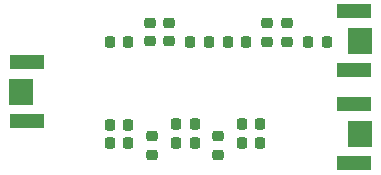
<source format=gbr>
%TF.GenerationSoftware,KiCad,Pcbnew,8.0.4*%
%TF.CreationDate,2024-09-11T02:18:47+03:00*%
%TF.ProjectId,micro_diplekser,6d696372-6f5f-4646-9970-6c656b736572,rev?*%
%TF.SameCoordinates,Original*%
%TF.FileFunction,Soldermask,Top*%
%TF.FilePolarity,Negative*%
%FSLAX46Y46*%
G04 Gerber Fmt 4.6, Leading zero omitted, Abs format (unit mm)*
G04 Created by KiCad (PCBNEW 8.0.4) date 2024-09-11 02:18:47*
%MOMM*%
%LPD*%
G01*
G04 APERTURE LIST*
G04 Aperture macros list*
%AMRoundRect*
0 Rectangle with rounded corners*
0 $1 Rounding radius*
0 $2 $3 $4 $5 $6 $7 $8 $9 X,Y pos of 4 corners*
0 Add a 4 corners polygon primitive as box body*
4,1,4,$2,$3,$4,$5,$6,$7,$8,$9,$2,$3,0*
0 Add four circle primitives for the rounded corners*
1,1,$1+$1,$2,$3*
1,1,$1+$1,$4,$5*
1,1,$1+$1,$6,$7*
1,1,$1+$1,$8,$9*
0 Add four rect primitives between the rounded corners*
20,1,$1+$1,$2,$3,$4,$5,0*
20,1,$1+$1,$4,$5,$6,$7,0*
20,1,$1+$1,$6,$7,$8,$9,0*
20,1,$1+$1,$8,$9,$2,$3,0*%
G04 Aperture macros list end*
%ADD10R,2.000000X2.250000*%
%ADD11R,3.000000X1.250000*%
%ADD12RoundRect,0.225000X0.250000X-0.225000X0.250000X0.225000X-0.250000X0.225000X-0.250000X-0.225000X0*%
%ADD13RoundRect,0.225000X-0.225000X-0.250000X0.225000X-0.250000X0.225000X0.250000X-0.225000X0.250000X0*%
%ADD14RoundRect,0.218750X0.256250X-0.218750X0.256250X0.218750X-0.256250X0.218750X-0.256250X-0.218750X0*%
%ADD15RoundRect,0.218750X-0.218750X-0.256250X0.218750X-0.256250X0.218750X0.256250X-0.218750X0.256250X0*%
G04 APERTURE END LIST*
D10*
%TO.C,J3*%
X80000000Y-96800000D03*
D11*
X79500000Y-99300000D03*
X79500000Y-99300000D03*
X79500000Y-94300000D03*
X79500000Y-94300000D03*
%TD*%
D12*
%TO.C,C1*%
X62200000Y-88950000D03*
X62200000Y-87400000D03*
%TD*%
D13*
%TO.C,C3*%
X58825000Y-96060900D03*
X60375000Y-96060900D03*
%TD*%
D10*
%TO.C,J1*%
X51292000Y-93218000D03*
D11*
X51792000Y-90718000D03*
X51792000Y-90718000D03*
X51792000Y-95718000D03*
X51792000Y-95718000D03*
%TD*%
D14*
%TO.C,L4*%
X62400000Y-98587500D03*
X62400000Y-97012500D03*
%TD*%
D10*
%TO.C,J2*%
X80002000Y-88900000D03*
D11*
X79502000Y-91400000D03*
X79502000Y-91400000D03*
X79502000Y-86400000D03*
X79502000Y-86400000D03*
%TD*%
D13*
%TO.C,C8*%
X58825000Y-97600000D03*
X60375000Y-97600000D03*
%TD*%
%TO.C,C10*%
X70000000Y-97600000D03*
X71550000Y-97600000D03*
%TD*%
D14*
%TO.C,L5*%
X68000000Y-98587500D03*
X68000000Y-97012500D03*
%TD*%
D13*
%TO.C,C5*%
X64450000Y-97600000D03*
X66000000Y-97600000D03*
%TD*%
D15*
%TO.C,L7*%
X68812500Y-89000000D03*
X70387500Y-89000000D03*
%TD*%
%TO.C,L3*%
X75612500Y-89000000D03*
X77187500Y-89000000D03*
%TD*%
D12*
%TO.C,C6*%
X63800000Y-88975000D03*
X63800000Y-87425000D03*
%TD*%
D15*
%TO.C,L1*%
X58812500Y-89000000D03*
X60387500Y-89000000D03*
%TD*%
D13*
%TO.C,C4*%
X64450000Y-96000000D03*
X66000000Y-96000000D03*
%TD*%
D12*
%TO.C,C2*%
X72150000Y-89000000D03*
X72150000Y-87450000D03*
%TD*%
%TO.C,C7*%
X73800000Y-89000000D03*
X73800000Y-87450000D03*
%TD*%
D13*
%TO.C,C9*%
X70000000Y-96000000D03*
X71550000Y-96000000D03*
%TD*%
D15*
%TO.C,L2*%
X65612500Y-89000000D03*
X67187500Y-89000000D03*
%TD*%
M02*

</source>
